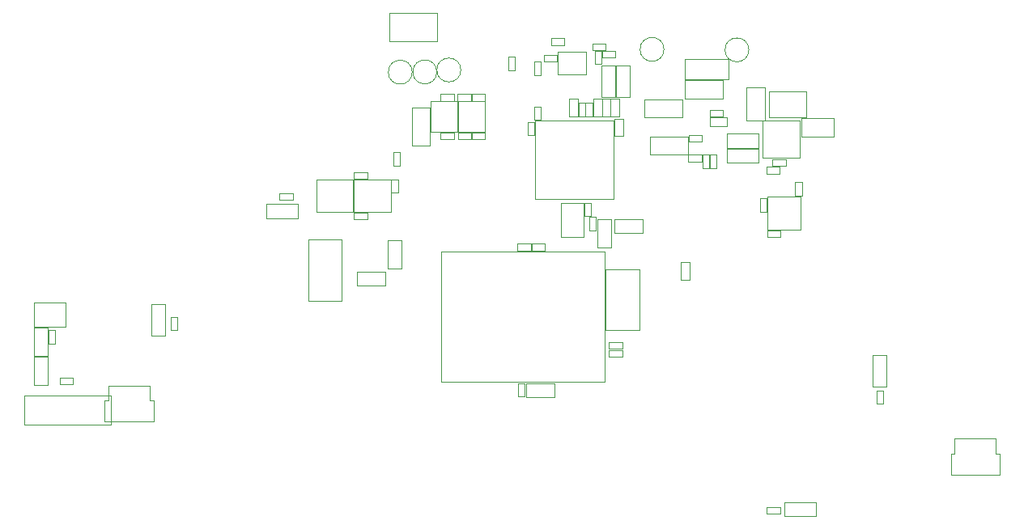
<source format=gbr>
G04 #@! TF.GenerationSoftware,KiCad,Pcbnew,8.0.2*
G04 #@! TF.CreationDate,2024-07-05T18:36:08-07:00*
G04 #@! TF.ProjectId,procon_gcc_main_pcb,70726f63-6f6e-45f6-9763-635f6d61696e,1*
G04 #@! TF.SameCoordinates,Original*
G04 #@! TF.FileFunction,Other,User*
%FSLAX46Y46*%
G04 Gerber Fmt 4.6, Leading zero omitted, Abs format (unit mm)*
G04 Created by KiCad (PCBNEW 8.0.2) date 2024-07-05 18:36:08*
%MOMM*%
%LPD*%
G01*
G04 APERTURE LIST*
%ADD10C,0.050000*%
G04 APERTURE END LIST*
D10*
X84980000Y-136930000D02*
X86380000Y-136930000D01*
X84980000Y-137630000D02*
X84980000Y-136930000D01*
X86380000Y-136930000D02*
X86380000Y-137630000D01*
X86380000Y-137630000D02*
X84980000Y-137630000D01*
X162570000Y-109790000D02*
X165970000Y-109790000D01*
X162570000Y-111750000D02*
X162570000Y-109790000D01*
X165970000Y-109790000D02*
X165970000Y-111750000D01*
X165970000Y-111750000D02*
X162570000Y-111750000D01*
X139261100Y-108163094D02*
X139961100Y-108163094D01*
X139261100Y-109563094D02*
X139261100Y-108163094D01*
X139961100Y-108163094D02*
X139961100Y-109563094D01*
X139961100Y-109563094D02*
X139261100Y-109563094D01*
X119288689Y-122553755D02*
X120748689Y-122553755D01*
X119288689Y-125513755D02*
X119288689Y-122553755D01*
X120748689Y-122553755D02*
X120748689Y-125513755D01*
X120748689Y-125513755D02*
X119288689Y-125513755D01*
X154790000Y-112940000D02*
X158090000Y-112940000D01*
X154790000Y-114400000D02*
X154790000Y-112940000D01*
X158090000Y-112940000D02*
X158090000Y-114400000D01*
X158090000Y-114400000D02*
X154790000Y-114400000D01*
X152966400Y-109703000D02*
X154786400Y-109703000D01*
X152966400Y-110623000D02*
X152966400Y-109703000D01*
X154786400Y-109703000D02*
X154786400Y-110623000D01*
X154786400Y-110623000D02*
X152966400Y-110623000D01*
X170389623Y-138268477D02*
X171089623Y-138268477D01*
X170389623Y-139668477D02*
X170389623Y-138268477D01*
X171089623Y-138268477D02*
X171089623Y-139668477D01*
X171089623Y-139668477D02*
X170389623Y-139668477D01*
X141620000Y-104250000D02*
X143080000Y-104250000D01*
X141620000Y-107550000D02*
X141620000Y-104250000D01*
X143080000Y-104250000D02*
X143080000Y-107550000D01*
X143080000Y-107550000D02*
X141620000Y-107550000D01*
X110975200Y-122499200D02*
X110975200Y-128859200D01*
X110975200Y-128859200D02*
X114475200Y-128859200D01*
X114475200Y-122499200D02*
X110975200Y-122499200D01*
X114475200Y-128859200D02*
X114475200Y-122499200D01*
X94587457Y-129230391D02*
X96047457Y-129230391D01*
X94587457Y-132530391D02*
X94587457Y-129230391D01*
X96047457Y-129230391D02*
X96047457Y-132530391D01*
X96047457Y-132530391D02*
X94587457Y-132530391D01*
X123796600Y-111206100D02*
X123796600Y-108006100D01*
X123796600Y-111206100D02*
X126596600Y-111206100D01*
X126596600Y-108006100D02*
X123796600Y-108006100D01*
X126596600Y-111206100D02*
X126596600Y-108006100D01*
X149948800Y-124850800D02*
X150888800Y-124850800D01*
X149948800Y-126710800D02*
X149948800Y-124850800D01*
X150888800Y-124850800D02*
X150888800Y-126710800D01*
X150888800Y-126710800D02*
X149948800Y-126710800D01*
X142427000Y-133233600D02*
X143827000Y-133233600D01*
X142427000Y-133933600D02*
X142427000Y-133233600D01*
X143827000Y-133233600D02*
X143827000Y-133933600D01*
X143827000Y-133933600D02*
X142427000Y-133933600D01*
X160800004Y-149968757D02*
X164100004Y-149968757D01*
X160800004Y-151428757D02*
X160800004Y-149968757D01*
X164100004Y-149968757D02*
X164100004Y-151428757D01*
X164100004Y-151428757D02*
X160800004Y-151428757D01*
X146102626Y-109696930D02*
X146102626Y-107796930D01*
X150102626Y-107796930D02*
X146102626Y-107796930D01*
X150102626Y-109696930D02*
X146102626Y-109696930D01*
X150102626Y-109696930D02*
X150102626Y-107796930D01*
X126640800Y-111262700D02*
X128040800Y-111262700D01*
X126640800Y-111962700D02*
X126640800Y-111262700D01*
X128040800Y-111262700D02*
X128040800Y-111962700D01*
X128040800Y-111962700D02*
X126640800Y-111962700D01*
X134600900Y-103864294D02*
X135300900Y-103864294D01*
X134600900Y-105264294D02*
X134600900Y-103864294D01*
X135300900Y-103864294D02*
X135300900Y-105264294D01*
X135300900Y-105264294D02*
X134600900Y-105264294D01*
X152200000Y-113610000D02*
X152900000Y-113610000D01*
X152200000Y-115010000D02*
X152200000Y-113610000D01*
X152900000Y-113610000D02*
X152900000Y-115010000D01*
X152900000Y-115010000D02*
X152200000Y-115010000D01*
X134665700Y-109988094D02*
X134665700Y-118228094D01*
X134665700Y-118228094D02*
X142905700Y-118228094D01*
X142905700Y-109988094D02*
X134665700Y-109988094D01*
X142905700Y-118228094D02*
X142905700Y-109988094D01*
X148180000Y-102570000D02*
G75*
G02*
X145680000Y-102570000I-1250000J0D01*
G01*
X145680000Y-102570000D02*
G75*
G02*
X148180000Y-102570000I1250000J0D01*
G01*
X124894200Y-123698800D02*
X124894200Y-137398800D01*
X124894200Y-137398800D02*
X141994200Y-137398800D01*
X141994200Y-123698800D02*
X124894200Y-123698800D01*
X141994200Y-137398800D02*
X141994200Y-123698800D01*
X141691100Y-107747294D02*
X142611100Y-107747294D01*
X141691100Y-109567294D02*
X141691100Y-107747294D01*
X142611100Y-107747294D02*
X142611100Y-109567294D01*
X142611100Y-109567294D02*
X141691100Y-109567294D01*
X124826800Y-111262700D02*
X126226800Y-111262700D01*
X124826800Y-111962700D02*
X124826800Y-111262700D01*
X126226800Y-111262700D02*
X126226800Y-111962700D01*
X126226800Y-111962700D02*
X124826800Y-111962700D01*
X146691600Y-111699000D02*
X146691600Y-113599000D01*
X146691600Y-111699000D02*
X150691600Y-111699000D01*
X146691600Y-113599000D02*
X150691600Y-113599000D01*
X150691600Y-111699000D02*
X150691600Y-113599000D01*
X152975000Y-113610000D02*
X153675000Y-113610000D01*
X152975000Y-115010000D02*
X152975000Y-113610000D01*
X153675000Y-113610000D02*
X153675000Y-115010000D01*
X153675000Y-115010000D02*
X152975000Y-115010000D01*
X150360000Y-107690000D02*
X150360000Y-105790000D01*
X154360000Y-105790000D02*
X150360000Y-105790000D01*
X154360000Y-107690000D02*
X150360000Y-107690000D01*
X154360000Y-107690000D02*
X154360000Y-105790000D01*
X133901700Y-110144294D02*
X134601700Y-110144294D01*
X133901700Y-111544294D02*
X133901700Y-110144294D01*
X134601700Y-110144294D02*
X134601700Y-111544294D01*
X134601700Y-111544294D02*
X133901700Y-111544294D01*
X124414600Y-104927400D02*
G75*
G02*
X121914600Y-104927400I-1250000J0D01*
G01*
X121914600Y-104927400D02*
G75*
G02*
X124414600Y-104927400I1250000J0D01*
G01*
X140924800Y-102728800D02*
X141624800Y-102728800D01*
X140924800Y-104128800D02*
X140924800Y-102728800D01*
X141624800Y-102728800D02*
X141624800Y-104128800D01*
X141624800Y-104128800D02*
X140924800Y-104128800D01*
X124801400Y-107249500D02*
X126201400Y-107249500D01*
X124801400Y-107949500D02*
X124801400Y-107249500D01*
X126201400Y-107249500D02*
X126201400Y-107949500D01*
X126201400Y-107949500D02*
X124801400Y-107949500D01*
X158975000Y-121525000D02*
X160375000Y-121525000D01*
X158975000Y-122225000D02*
X158975000Y-121525000D01*
X160375000Y-121525000D02*
X160375000Y-122225000D01*
X160375000Y-122225000D02*
X158975000Y-122225000D01*
X142427000Y-134046400D02*
X143827000Y-134046400D01*
X142427000Y-134746400D02*
X142427000Y-134046400D01*
X143827000Y-134046400D02*
X143827000Y-134746400D01*
X143827000Y-134746400D02*
X142427000Y-134746400D01*
X158200000Y-118175000D02*
X158900000Y-118175000D01*
X158200000Y-119575000D02*
X158200000Y-118175000D01*
X158900000Y-118175000D02*
X158900000Y-119575000D01*
X158900000Y-119575000D02*
X158200000Y-119575000D01*
X115763023Y-119631101D02*
X117163023Y-119631101D01*
X115763023Y-120331101D02*
X115763023Y-119631101D01*
X117163023Y-119631101D02*
X117163023Y-120331101D01*
X117163023Y-120331101D02*
X115763023Y-120331101D01*
X158450000Y-110050000D02*
X158450000Y-113950000D01*
X162350000Y-110050000D02*
X158450000Y-110050000D01*
X162350000Y-110050000D02*
X162350000Y-113950000D01*
X162350000Y-113950000D02*
X158450000Y-113950000D01*
X154790000Y-111410000D02*
X158090000Y-111410000D01*
X154790000Y-112870000D02*
X154790000Y-111410000D01*
X158090000Y-111410000D02*
X158090000Y-112870000D01*
X158090000Y-112870000D02*
X154790000Y-112870000D01*
X116059100Y-125817002D02*
X119019100Y-125817002D01*
X116059100Y-127277002D02*
X116059100Y-125817002D01*
X119019100Y-125817002D02*
X119019100Y-127277002D01*
X119019100Y-127277002D02*
X116059100Y-127277002D01*
X139972300Y-108163094D02*
X140672300Y-108163094D01*
X139972300Y-109563094D02*
X139972300Y-108163094D01*
X140672300Y-108163094D02*
X140672300Y-109563094D01*
X140672300Y-109563094D02*
X139972300Y-109563094D01*
X161900000Y-116490000D02*
X162600000Y-116490000D01*
X161900000Y-117890000D02*
X161900000Y-116490000D01*
X162600000Y-116490000D02*
X162600000Y-117890000D01*
X162600000Y-117890000D02*
X161900000Y-117890000D01*
X89690000Y-139345000D02*
X89690000Y-141545000D01*
X89690000Y-141545000D02*
X94790000Y-141545000D01*
X90090000Y-137745000D02*
X90090000Y-139345000D01*
X90090000Y-139345000D02*
X89690000Y-139345000D01*
X94390000Y-137745000D02*
X90090000Y-137745000D01*
X94390000Y-139345000D02*
X94390000Y-137745000D01*
X94790000Y-139345000D02*
X94390000Y-139345000D01*
X94790000Y-141545000D02*
X94790000Y-139345000D01*
X106631309Y-118767056D02*
X109931309Y-118767056D01*
X106631309Y-120227056D02*
X106631309Y-118767056D01*
X109931309Y-118767056D02*
X109931309Y-120227056D01*
X109931309Y-120227056D02*
X106631309Y-120227056D01*
X178180000Y-144905000D02*
X178180000Y-147105000D01*
X178180000Y-147105000D02*
X183280000Y-147105000D01*
X178580000Y-143305000D02*
X178580000Y-144905000D01*
X178580000Y-144905000D02*
X178180000Y-144905000D01*
X182880000Y-143305000D02*
X178580000Y-143305000D01*
X182880000Y-144905000D02*
X182880000Y-143305000D01*
X183280000Y-144905000D02*
X182880000Y-144905000D01*
X183280000Y-147105000D02*
X183280000Y-144905000D01*
X141692400Y-102723200D02*
X143092400Y-102723200D01*
X141692400Y-103423200D02*
X141692400Y-102723200D01*
X143092400Y-102723200D02*
X143092400Y-103423200D01*
X143092400Y-103423200D02*
X141692400Y-103423200D01*
X150360000Y-103590000D02*
X154960000Y-103590000D01*
X150360000Y-105690000D02*
X150360000Y-103590000D01*
X154960000Y-103590000D02*
X154960000Y-105690000D01*
X154960000Y-105690000D02*
X150360000Y-105690000D01*
X115762223Y-116172901D02*
X115762223Y-119572901D01*
X115762223Y-119572901D02*
X119602223Y-119572901D01*
X119602223Y-116172901D02*
X115762223Y-116172901D01*
X119602223Y-119572901D02*
X119602223Y-116172901D01*
X82271600Y-129102800D02*
X82271600Y-131602800D01*
X82271600Y-129102800D02*
X85571600Y-129102800D01*
X85571600Y-131602800D02*
X82271600Y-131602800D01*
X85571600Y-131602800D02*
X85571600Y-129102800D01*
X141208323Y-120333129D02*
X142668323Y-120333129D01*
X141208323Y-123293129D02*
X141208323Y-120333129D01*
X142668323Y-120333129D02*
X142668323Y-123293129D01*
X142668323Y-123293129D02*
X141208323Y-123293129D01*
X81310000Y-138810000D02*
X81310000Y-141810000D01*
X81310000Y-141810000D02*
X90310000Y-141810000D01*
X90310000Y-138810000D02*
X81310000Y-138810000D01*
X90310000Y-141810000D02*
X90310000Y-138810000D01*
X136358400Y-101402400D02*
X137758400Y-101402400D01*
X136358400Y-102102400D02*
X136358400Y-101402400D01*
X137758400Y-101402400D02*
X137758400Y-102102400D01*
X137758400Y-102102400D02*
X136358400Y-102102400D01*
X134625600Y-108544094D02*
X135325600Y-108544094D01*
X134625600Y-109944094D02*
X134625600Y-108544094D01*
X135325600Y-108544094D02*
X135325600Y-109944094D01*
X135325600Y-109944094D02*
X134625600Y-109944094D01*
X115752423Y-115414701D02*
X117152423Y-115414701D01*
X115752423Y-116114701D02*
X115752423Y-115414701D01*
X117152423Y-115414701D02*
X117152423Y-116114701D01*
X117152423Y-116114701D02*
X115752423Y-116114701D01*
X137395100Y-118686494D02*
X139795100Y-118686494D01*
X137395100Y-122186494D02*
X137395100Y-118686494D01*
X139795100Y-118686494D02*
X139795100Y-122186494D01*
X139795100Y-122186494D02*
X137395100Y-122186494D01*
X143011900Y-109807294D02*
X143931900Y-109807294D01*
X143011900Y-111627294D02*
X143011900Y-109807294D01*
X143931900Y-109807294D02*
X143931900Y-111627294D01*
X143931900Y-111627294D02*
X143011900Y-111627294D01*
X135621800Y-103155000D02*
X137021800Y-103155000D01*
X135621800Y-103855000D02*
X135621800Y-103155000D01*
X137021800Y-103155000D02*
X137021800Y-103855000D01*
X137021800Y-103855000D02*
X135621800Y-103855000D01*
X133749600Y-137496800D02*
X136709600Y-137496800D01*
X133749600Y-138956800D02*
X133749600Y-137496800D01*
X136709600Y-137496800D02*
X136709600Y-138956800D01*
X136709600Y-138956800D02*
X133749600Y-138956800D01*
X170008456Y-134564581D02*
X171468456Y-134564581D01*
X170008456Y-137864581D02*
X170008456Y-134564581D01*
X171468456Y-134564581D02*
X171468456Y-137864581D01*
X171468456Y-137864581D02*
X170008456Y-137864581D01*
X83825600Y-131949400D02*
X84525600Y-131949400D01*
X83825600Y-133349400D02*
X83825600Y-131949400D01*
X84525600Y-131949400D02*
X84525600Y-133349400D01*
X84525600Y-133349400D02*
X83825600Y-133349400D01*
X126641400Y-111206100D02*
X126641400Y-108006100D01*
X126641400Y-111206100D02*
X129441400Y-111206100D01*
X129441400Y-108006100D02*
X126641400Y-108006100D01*
X129441400Y-111206100D02*
X129441400Y-108006100D01*
X158945629Y-150497756D02*
X160345629Y-150497756D01*
X158945629Y-151197756D02*
X158945629Y-150497756D01*
X160345629Y-150497756D02*
X160345629Y-151197756D01*
X160345629Y-151197756D02*
X158945629Y-151197756D01*
X111850623Y-116172901D02*
X111850623Y-119572901D01*
X111850623Y-119572901D02*
X115690623Y-119572901D01*
X115690623Y-116172901D02*
X111850623Y-116172901D01*
X115690623Y-119572901D02*
X115690623Y-116172901D01*
X132853200Y-122916200D02*
X134253200Y-122916200D01*
X132853200Y-123616200D02*
X132853200Y-122916200D01*
X134253200Y-122916200D02*
X134253200Y-123616200D01*
X134253200Y-123616200D02*
X132853200Y-123616200D01*
X107985401Y-117627059D02*
X109385401Y-117627059D01*
X107985401Y-118327059D02*
X107985401Y-117627059D01*
X109385401Y-117627059D02*
X109385401Y-118327059D01*
X109385401Y-118327059D02*
X107985401Y-118327059D01*
X142973194Y-120330800D02*
X145933194Y-120330800D01*
X142973194Y-121790800D02*
X142973194Y-120330800D01*
X145933194Y-120330800D02*
X145933194Y-121790800D01*
X145933194Y-121790800D02*
X142973194Y-121790800D01*
X142605500Y-107747294D02*
X143525500Y-107747294D01*
X142605500Y-109567294D02*
X142605500Y-107747294D01*
X143525500Y-107747294D02*
X143525500Y-109567294D01*
X143525500Y-109567294D02*
X142605500Y-109567294D01*
X152973200Y-108924000D02*
X154373200Y-108924000D01*
X152973200Y-109624000D02*
X152973200Y-108924000D01*
X154373200Y-108924000D02*
X154373200Y-109624000D01*
X154373200Y-109624000D02*
X152973200Y-109624000D01*
X140353300Y-120101094D02*
X141053300Y-120101094D01*
X140353300Y-121501094D02*
X140353300Y-120101094D01*
X141053300Y-120101094D02*
X141053300Y-121501094D01*
X141053300Y-121501094D02*
X140353300Y-121501094D01*
X119875902Y-113356302D02*
X120575902Y-113356302D01*
X119875902Y-114756302D02*
X119875902Y-113356302D01*
X120575902Y-113356302D02*
X120575902Y-114756302D01*
X120575902Y-114756302D02*
X119875902Y-114756302D01*
X138287500Y-107749894D02*
X139207500Y-107749894D01*
X138287500Y-109569894D02*
X138287500Y-107749894D01*
X139207500Y-107749894D02*
X139207500Y-109569894D01*
X139207500Y-109569894D02*
X138287500Y-109569894D01*
X119420000Y-98728400D02*
X119420000Y-101728400D01*
X119420000Y-101728400D02*
X124420000Y-101728400D01*
X124420000Y-98728400D02*
X119420000Y-98728400D01*
X124420000Y-101728400D02*
X124420000Y-98728400D01*
X121849200Y-104952800D02*
G75*
G02*
X119349200Y-104952800I-1250000J0D01*
G01*
X119349200Y-104952800D02*
G75*
G02*
X121849200Y-104952800I1250000J0D01*
G01*
X140776700Y-107749894D02*
X141696700Y-107749894D01*
X140776700Y-109569894D02*
X140776700Y-107749894D01*
X141696700Y-107749894D02*
X141696700Y-109569894D01*
X141696700Y-109569894D02*
X140776700Y-109569894D01*
X157060000Y-102620000D02*
G75*
G02*
X154560000Y-102620000I-1250000J0D01*
G01*
X154560000Y-102620000D02*
G75*
G02*
X157060000Y-102620000I1250000J0D01*
G01*
X126929200Y-104724200D02*
G75*
G02*
X124429200Y-104724200I-1250000J0D01*
G01*
X124429200Y-104724200D02*
G75*
G02*
X126929200Y-104724200I1250000J0D01*
G01*
X82277200Y-131666800D02*
X83737200Y-131666800D01*
X82277200Y-134626800D02*
X82277200Y-131666800D01*
X83737200Y-131666800D02*
X83737200Y-134626800D01*
X83737200Y-134626800D02*
X82277200Y-134626800D01*
X126604800Y-107249500D02*
X128004800Y-107249500D01*
X126604800Y-107949500D02*
X126604800Y-107249500D01*
X128004800Y-107249500D02*
X128004800Y-107949500D01*
X128004800Y-107949500D02*
X126604800Y-107949500D01*
X137107000Y-102813000D02*
X137107000Y-105213000D01*
X137107000Y-105213000D02*
X140007000Y-105213000D01*
X140007000Y-102813000D02*
X137107000Y-102813000D01*
X140007000Y-105213000D02*
X140007000Y-102813000D01*
X142090200Y-125623400D02*
X142090200Y-131983400D01*
X142090200Y-131983400D02*
X145590200Y-131983400D01*
X145590200Y-125623400D02*
X142090200Y-125623400D01*
X145590200Y-131983400D02*
X145590200Y-125623400D01*
X128052600Y-107249500D02*
X129452600Y-107249500D01*
X128052600Y-107949500D02*
X128052600Y-107249500D01*
X129452600Y-107249500D02*
X129452600Y-107949500D01*
X129452600Y-107949500D02*
X128052600Y-107949500D01*
X139870700Y-118644294D02*
X140570700Y-118644294D01*
X139870700Y-120044294D02*
X139870700Y-118644294D01*
X140570700Y-118644294D02*
X140570700Y-120044294D01*
X140570700Y-120044294D02*
X139870700Y-120044294D01*
X96583652Y-130552363D02*
X97283652Y-130552363D01*
X96583652Y-131952363D02*
X96583652Y-130552363D01*
X97283652Y-130552363D02*
X97283652Y-131952363D01*
X97283652Y-131952363D02*
X96583652Y-131952363D01*
X132898400Y-137501400D02*
X133598400Y-137501400D01*
X132898400Y-138901400D02*
X132898400Y-137501400D01*
X133598400Y-137501400D02*
X133598400Y-138901400D01*
X133598400Y-138901400D02*
X132898400Y-138901400D01*
X158960000Y-117960000D02*
X158960000Y-121440000D01*
X158960000Y-121440000D02*
X162440000Y-121440000D01*
X162440000Y-117960000D02*
X158960000Y-117960000D01*
X162440000Y-121440000D02*
X162440000Y-117960000D01*
X128063200Y-111262700D02*
X129463200Y-111262700D01*
X128063200Y-111962700D02*
X128063200Y-111262700D01*
X129463200Y-111262700D02*
X129463200Y-111962700D01*
X129463200Y-111962700D02*
X128063200Y-111962700D01*
X143140000Y-104250000D02*
X144600000Y-104250000D01*
X143140000Y-107550000D02*
X143140000Y-104250000D01*
X144600000Y-104250000D02*
X144600000Y-107550000D01*
X144600000Y-107550000D02*
X143140000Y-107550000D01*
X150763400Y-111514800D02*
X152163400Y-111514800D01*
X150763400Y-112214800D02*
X150763400Y-111514800D01*
X152163400Y-111514800D02*
X152163400Y-112214800D01*
X152163400Y-112214800D02*
X150763400Y-112214800D01*
X159140000Y-106990000D02*
X163040000Y-106990000D01*
X159140000Y-109690000D02*
X159140000Y-106990000D01*
X163040000Y-106990000D02*
X163040000Y-109690000D01*
X163040000Y-109690000D02*
X159140000Y-109690000D01*
X131907800Y-103338400D02*
X132607800Y-103338400D01*
X131907800Y-104738400D02*
X131907800Y-103338400D01*
X132607800Y-103338400D02*
X132607800Y-104738400D01*
X132607800Y-104738400D02*
X131907800Y-104738400D01*
X159518077Y-114052950D02*
X160918077Y-114052950D01*
X159518077Y-114752950D02*
X159518077Y-114052950D01*
X160918077Y-114052950D02*
X160918077Y-114752950D01*
X160918077Y-114752950D02*
X159518077Y-114752950D01*
X121808200Y-108642400D02*
X121808200Y-112642400D01*
X123708200Y-108642400D02*
X121808200Y-108642400D01*
X123708200Y-108642400D02*
X123708200Y-112642400D01*
X123708200Y-112642400D02*
X121808200Y-112642400D01*
X82277200Y-134702600D02*
X83737200Y-134702600D01*
X82277200Y-137662600D02*
X82277200Y-134702600D01*
X83737200Y-134702600D02*
X83737200Y-137662600D01*
X83737200Y-137662600D02*
X82277200Y-137662600D01*
X158878348Y-114864226D02*
X160278348Y-114864226D01*
X158878348Y-115564226D02*
X158878348Y-114864226D01*
X160278348Y-114864226D02*
X160278348Y-115564226D01*
X160278348Y-115564226D02*
X158878348Y-115564226D01*
X150712400Y-113608800D02*
X152112400Y-113608800D01*
X150712400Y-114308800D02*
X150712400Y-113608800D01*
X152112400Y-113608800D02*
X152112400Y-114308800D01*
X152112400Y-114308800D02*
X150712400Y-114308800D01*
X156802026Y-106574670D02*
X158762026Y-106574670D01*
X156802026Y-109974670D02*
X156802026Y-106574670D01*
X158762026Y-106574670D02*
X158762026Y-109974670D01*
X158762026Y-109974670D02*
X156802026Y-109974670D01*
X140676400Y-101961200D02*
X142076400Y-101961200D01*
X140676400Y-102661200D02*
X140676400Y-101961200D01*
X142076400Y-101961200D02*
X142076400Y-102661200D01*
X142076400Y-102661200D02*
X140676400Y-102661200D01*
X119669023Y-116182301D02*
X120369023Y-116182301D01*
X119669023Y-117582301D02*
X119669023Y-116182301D01*
X120369023Y-116182301D02*
X120369023Y-117582301D01*
X120369023Y-117582301D02*
X119669023Y-117582301D01*
X134326400Y-122916200D02*
X135726400Y-122916200D01*
X134326400Y-123616200D02*
X134326400Y-122916200D01*
X135726400Y-122916200D02*
X135726400Y-123616200D01*
X135726400Y-123616200D02*
X134326400Y-123616200D01*
M02*

</source>
